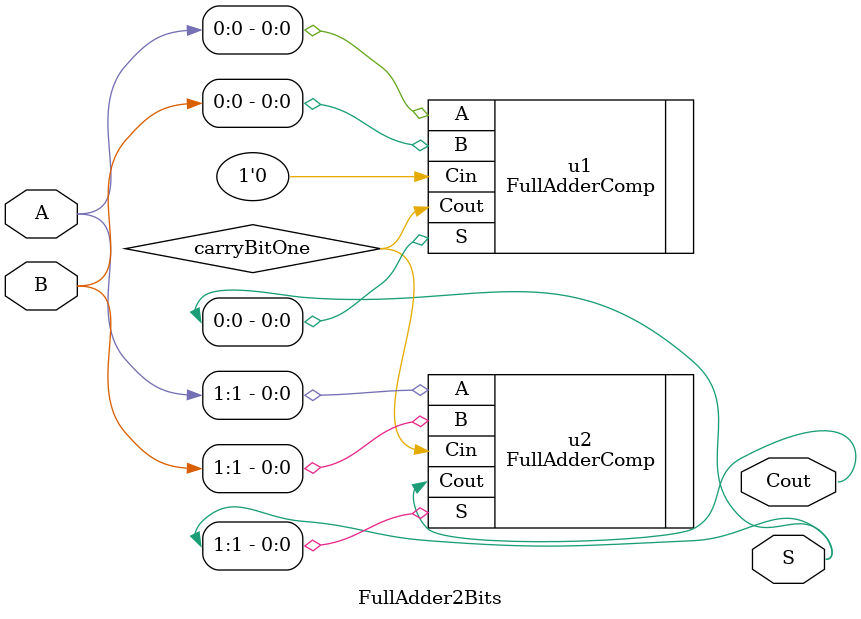
<source format=v>
`timescale 1ns / 1ps


module FullAdder2Bits(
    input [1:0] A,
    input [1:0] B,
    output [1:0] S,
    output Cout
    );

wire carryBitOne;
FullAdderComp u1(.A(A[0]), .B(B[0]), .Cin(1'b0), .S(S[0]), .Cout(carryBitOne));
FullAdderComp u2(.A(A[1]), .B(B[1]), .Cin(carryBitOne), .S(S[1]), .Cout(Cout));

endmodule

</source>
